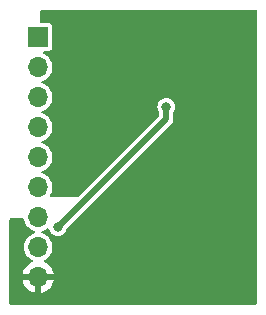
<source format=gbr>
%TF.GenerationSoftware,KiCad,Pcbnew,7.0.2-0*%
%TF.CreationDate,2023-06-08T14:22:33-07:00*%
%TF.ProjectId,IAM-20380HT_gyro,49414d2d-3230-4333-9830-48545f677972,rev?*%
%TF.SameCoordinates,Original*%
%TF.FileFunction,Copper,L2,Bot*%
%TF.FilePolarity,Positive*%
%FSLAX46Y46*%
G04 Gerber Fmt 4.6, Leading zero omitted, Abs format (unit mm)*
G04 Created by KiCad (PCBNEW 7.0.2-0) date 2023-06-08 14:22:33*
%MOMM*%
%LPD*%
G01*
G04 APERTURE LIST*
%TA.AperFunction,ComponentPad*%
%ADD10R,1.700000X1.700000*%
%TD*%
%TA.AperFunction,ComponentPad*%
%ADD11O,1.700000X1.700000*%
%TD*%
%TA.AperFunction,ViaPad*%
%ADD12C,0.800000*%
%TD*%
%TA.AperFunction,Conductor*%
%ADD13C,0.500000*%
%TD*%
G04 APERTURE END LIST*
D10*
%TO.P,U2,1,VDDIO*%
%TO.N,Net-(U1-VDDIO)*%
X133300000Y-90700000D03*
D11*
%TO.P,U2,2,SCL*%
%TO.N,Net-(U1-SCL{slash}SPC)*%
X133300000Y-93240000D03*
%TO.P,U2,3,SDA/SDI*%
%TO.N,Net-(U1-SDA{slash}SDI)*%
X133300000Y-95780000D03*
%TO.P,U2,4,SA0/SDO*%
%TO.N,Net-(U1-SA0{slash}SDO)*%
X133300000Y-98320000D03*
%TO.P,U2,5,CS*%
%TO.N,Net-(U1-CS)*%
X133300000Y-100860000D03*
%TO.P,U2,6,INT*%
%TO.N,Net-(U1-INT)*%
X133300000Y-103400000D03*
%TO.P,U2,7,INT2*%
%TO.N,Net-(U1-INT2)*%
X133300000Y-105940000D03*
%TO.P,U2,8,VDD*%
%TO.N,Net-(U1-VDD)*%
X133300000Y-108480000D03*
%TO.P,U2,9,GND*%
%TO.N,GNDPWR*%
X133300000Y-111020000D03*
%TD*%
D12*
%TO.N,GNDPWR*%
X149200000Y-101800000D03*
X148700000Y-95200000D03*
X142100000Y-97700000D03*
X147100000Y-95200000D03*
X136700000Y-89600000D03*
X149200000Y-100200000D03*
%TO.N,Net-(U1-VDD)*%
X134950000Y-106800000D03*
X144150000Y-96600000D03*
%TD*%
D13*
%TO.N,Net-(U1-VDD)*%
X134975000Y-106800000D02*
X144150000Y-97625000D01*
X144150000Y-97625000D02*
X144150000Y-96600000D01*
X134950000Y-106800000D02*
X134975000Y-106800000D01*
%TD*%
%TA.AperFunction,Conductor*%
%TO.N,GNDPWR*%
G36*
X151792539Y-88420185D02*
G01*
X151838294Y-88472989D01*
X151849500Y-88524500D01*
X151849500Y-113225500D01*
X151829815Y-113292539D01*
X151777011Y-113338294D01*
X151725500Y-113349500D01*
X130974500Y-113349500D01*
X130907461Y-113329815D01*
X130861706Y-113277011D01*
X130850500Y-113225500D01*
X130850500Y-106174000D01*
X130870185Y-106106961D01*
X130922989Y-106061206D01*
X130974500Y-106050000D01*
X131991509Y-106050000D01*
X132058548Y-106069685D01*
X132104303Y-106122489D01*
X132112082Y-106151687D01*
X132175769Y-106375526D01*
X132274941Y-106574688D01*
X132409019Y-106752237D01*
X132573437Y-106902124D01*
X132674035Y-106964411D01*
X132762599Y-107019247D01*
X132956522Y-107094373D01*
X133011924Y-107136946D01*
X133035514Y-107202713D01*
X133019803Y-107270793D01*
X132969779Y-107319572D01*
X132956526Y-107325624D01*
X132825346Y-107376444D01*
X132762596Y-107400754D01*
X132573437Y-107517875D01*
X132409019Y-107667762D01*
X132274941Y-107845311D01*
X132175769Y-108044473D01*
X132114885Y-108258462D01*
X132094357Y-108480000D01*
X132114885Y-108701537D01*
X132175769Y-108915526D01*
X132274941Y-109114688D01*
X132409019Y-109292237D01*
X132573437Y-109442124D01*
X132771793Y-109564940D01*
X132818429Y-109616968D01*
X132829533Y-109685949D01*
X132801580Y-109749984D01*
X132758921Y-109782749D01*
X132622421Y-109846400D01*
X132428921Y-109981890D01*
X132261890Y-110148921D01*
X132126400Y-110342421D01*
X132026569Y-110556507D01*
X131969364Y-110769999D01*
X131969364Y-110770000D01*
X132866314Y-110770000D01*
X132840507Y-110810156D01*
X132800000Y-110948111D01*
X132800000Y-111091889D01*
X132840507Y-111229844D01*
X132866314Y-111270000D01*
X131969364Y-111270000D01*
X132026569Y-111483492D01*
X132126399Y-111697576D01*
X132261893Y-111891081D01*
X132428918Y-112058106D01*
X132622423Y-112193600D01*
X132836509Y-112293430D01*
X133050000Y-112350634D01*
X133050000Y-111455501D01*
X133157685Y-111504680D01*
X133264237Y-111520000D01*
X133335763Y-111520000D01*
X133442315Y-111504680D01*
X133550000Y-111455501D01*
X133550000Y-112350633D01*
X133763490Y-112293430D01*
X133977576Y-112193600D01*
X134171081Y-112058106D01*
X134338106Y-111891081D01*
X134473600Y-111697576D01*
X134573430Y-111483492D01*
X134630636Y-111270000D01*
X133733686Y-111270000D01*
X133759493Y-111229844D01*
X133800000Y-111091889D01*
X133800000Y-110948111D01*
X133759493Y-110810156D01*
X133733686Y-110770000D01*
X134630636Y-110770000D01*
X134630635Y-110769999D01*
X134573430Y-110556507D01*
X134473599Y-110342421D01*
X134338109Y-110148921D01*
X134171081Y-109981893D01*
X133977576Y-109846398D01*
X133841079Y-109782748D01*
X133788640Y-109736575D01*
X133769488Y-109669381D01*
X133789704Y-109602500D01*
X133828207Y-109564939D01*
X133837398Y-109559248D01*
X133837401Y-109559247D01*
X134026562Y-109442124D01*
X134190981Y-109292236D01*
X134325058Y-109114689D01*
X134424229Y-108915528D01*
X134485115Y-108701536D01*
X134505643Y-108480000D01*
X134485115Y-108258464D01*
X134462227Y-108178021D01*
X134424230Y-108044473D01*
X134325058Y-107845311D01*
X134190980Y-107667762D01*
X134026562Y-107517875D01*
X133837404Y-107400754D01*
X133802007Y-107387041D01*
X133643475Y-107325625D01*
X133588076Y-107283054D01*
X133564485Y-107217287D01*
X133580196Y-107149207D01*
X133630220Y-107100428D01*
X133643466Y-107094377D01*
X133837401Y-107019247D01*
X134026562Y-106902124D01*
X134026565Y-106902121D01*
X134030091Y-106899938D01*
X134097452Y-106881382D01*
X134164151Y-106902190D01*
X134209013Y-106955756D01*
X134212411Y-106964411D01*
X134213686Y-106968057D01*
X134213687Y-106968059D01*
X134269544Y-107127690D01*
X134359523Y-107270890D01*
X134479110Y-107390477D01*
X134622310Y-107480456D01*
X134781941Y-107536313D01*
X134950000Y-107555249D01*
X135118059Y-107536313D01*
X135277690Y-107480456D01*
X135420890Y-107390477D01*
X135540477Y-107270890D01*
X135630456Y-107127690D01*
X135668402Y-107019247D01*
X135690929Y-106954870D01*
X135694190Y-106956011D01*
X135712345Y-106912800D01*
X135720812Y-106903421D01*
X144541043Y-98083190D01*
X144553223Y-98072509D01*
X144578282Y-98053282D01*
X144674536Y-97927841D01*
X144735044Y-97781762D01*
X144750500Y-97664361D01*
X144755682Y-97625000D01*
X144751561Y-97593696D01*
X144750500Y-97577511D01*
X144750500Y-97090662D01*
X144769506Y-97024690D01*
X144830456Y-96927690D01*
X144886313Y-96768059D01*
X144905249Y-96600000D01*
X144886313Y-96431941D01*
X144830456Y-96272310D01*
X144740477Y-96129110D01*
X144620890Y-96009523D01*
X144477690Y-95919544D01*
X144318059Y-95863687D01*
X144318058Y-95863686D01*
X144318056Y-95863686D01*
X144150000Y-95844750D01*
X143981943Y-95863686D01*
X143822310Y-95919544D01*
X143679108Y-96009524D01*
X143559524Y-96129108D01*
X143469544Y-96272310D01*
X143413686Y-96431943D01*
X143394750Y-96600000D01*
X143413686Y-96768056D01*
X143413686Y-96768058D01*
X143413687Y-96768059D01*
X143469544Y-96927690D01*
X143498174Y-96973254D01*
X143530494Y-97024690D01*
X143549500Y-97090662D01*
X143549500Y-97324902D01*
X143529815Y-97391941D01*
X143513181Y-97412583D01*
X136712084Y-104213681D01*
X136650761Y-104247166D01*
X136624403Y-104250000D01*
X134411489Y-104250000D01*
X134344450Y-104230315D01*
X134298695Y-104177511D01*
X134288751Y-104108353D01*
X134312534Y-104051275D01*
X134325057Y-104034690D01*
X134325056Y-104034690D01*
X134325058Y-104034689D01*
X134424229Y-103835528D01*
X134485115Y-103621536D01*
X134505643Y-103400000D01*
X134485115Y-103178464D01*
X134462227Y-103098021D01*
X134424230Y-102964473D01*
X134325058Y-102765311D01*
X134190980Y-102587762D01*
X134026562Y-102437875D01*
X133837399Y-102320751D01*
X133643476Y-102245625D01*
X133588074Y-102203053D01*
X133564484Y-102137286D01*
X133580195Y-102069205D01*
X133630219Y-102020427D01*
X133643452Y-102014383D01*
X133837401Y-101939247D01*
X134026562Y-101822124D01*
X134190981Y-101672236D01*
X134325058Y-101494689D01*
X134424229Y-101295528D01*
X134485115Y-101081536D01*
X134505643Y-100860000D01*
X134485115Y-100638464D01*
X134462227Y-100558021D01*
X134424230Y-100424473D01*
X134325058Y-100225311D01*
X134190980Y-100047762D01*
X134026562Y-99897875D01*
X133837399Y-99780751D01*
X133643476Y-99705625D01*
X133588074Y-99663053D01*
X133564484Y-99597286D01*
X133580195Y-99529205D01*
X133630219Y-99480427D01*
X133643452Y-99474383D01*
X133837401Y-99399247D01*
X134026562Y-99282124D01*
X134190981Y-99132236D01*
X134325058Y-98954689D01*
X134424229Y-98755528D01*
X134485115Y-98541536D01*
X134505643Y-98320000D01*
X134485115Y-98098464D01*
X134436569Y-97927841D01*
X134424230Y-97884473D01*
X134325058Y-97685311D01*
X134190980Y-97507762D01*
X134026562Y-97357875D01*
X133837399Y-97240751D01*
X133643476Y-97165625D01*
X133588074Y-97123053D01*
X133564484Y-97057286D01*
X133580195Y-96989205D01*
X133630219Y-96940427D01*
X133643452Y-96934383D01*
X133837401Y-96859247D01*
X134026562Y-96742124D01*
X134190981Y-96592236D01*
X134325058Y-96414689D01*
X134424229Y-96215528D01*
X134485115Y-96001536D01*
X134505643Y-95780000D01*
X134485115Y-95558464D01*
X134462227Y-95478021D01*
X134424230Y-95344473D01*
X134325058Y-95145311D01*
X134190980Y-94967762D01*
X134026562Y-94817875D01*
X133837399Y-94700751D01*
X133643476Y-94625625D01*
X133588074Y-94583053D01*
X133564484Y-94517286D01*
X133580195Y-94449205D01*
X133630219Y-94400427D01*
X133643452Y-94394383D01*
X133837401Y-94319247D01*
X134026562Y-94202124D01*
X134190981Y-94052236D01*
X134325058Y-93874689D01*
X134424229Y-93675528D01*
X134485115Y-93461536D01*
X134505643Y-93240000D01*
X134485115Y-93018464D01*
X134462227Y-92938021D01*
X134424230Y-92804473D01*
X134325058Y-92605311D01*
X134190980Y-92427762D01*
X134026562Y-92277875D01*
X133837404Y-92160754D01*
X133824249Y-92155658D01*
X133784156Y-92140126D01*
X133728757Y-92097554D01*
X133705166Y-92031787D01*
X133720877Y-91963707D01*
X133770901Y-91914928D01*
X133828952Y-91900500D01*
X134183263Y-91900500D01*
X134217326Y-91895536D01*
X134251393Y-91890573D01*
X134356483Y-91839198D01*
X134439198Y-91756483D01*
X134490573Y-91651393D01*
X134500500Y-91583260D01*
X134500500Y-89816740D01*
X134500500Y-89816736D01*
X134490573Y-89748609D01*
X134490573Y-89748607D01*
X134439198Y-89643517D01*
X134439197Y-89643516D01*
X134439197Y-89643515D01*
X134356484Y-89560802D01*
X134302712Y-89534515D01*
X134251393Y-89509427D01*
X134251391Y-89509426D01*
X134251390Y-89509426D01*
X134183263Y-89499500D01*
X134183260Y-89499500D01*
X133574000Y-89499500D01*
X133506961Y-89479815D01*
X133461206Y-89427011D01*
X133450000Y-89375500D01*
X133450000Y-88524500D01*
X133469685Y-88457461D01*
X133522489Y-88411706D01*
X133574000Y-88400500D01*
X151725500Y-88400500D01*
X151792539Y-88420185D01*
G37*
%TD.AperFunction*%
%TD*%
M02*

</source>
